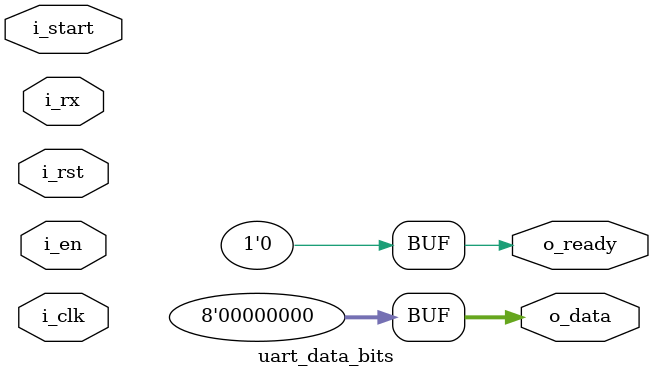
<source format=v>

module uart_data_bits(i_clk, i_rst, i_en, i_rx, i_start, o_data, o_ready);

parameter  OSR       = 16;
parameter  DATA_BITS =  8;
localparam MSG_TIMER = (OSR * DATA_BITS) + 1;

input wire i_clk;
input wire i_rst;
input wire i_en;
input wire i_rx;
input wire i_start;

output reg [DATA_BITS-1:0] o_data;
initial o_data = 0;

output reg o_ready;
initial o_ready = 0;

wire sample_ready;

reg sample_timer_reset;
assign sample_timer_reset = i_rst | sample_ready;

counter #(
    .THRESHOLD(OSR)
) sample_timer (
    .i_clk(i_clk),
    .i_rst(sample_timer_reset),
    .i_en(i_en),
    .i_start(i_start),
    .o_line(sample_ready)
);

counter #(
    .THRESHOLD(DATA_BITS)
) sample_counter (
    .i_clk(sample_ready),
    .i_rst(i_rst),
    .i_en(i_en),
    .i_start(i_start),
    .o_line(o_ready)
);

counter #(
    .THRESHOLD(MSG_TIMER)
) message_timer (
    .i_clk(i_clk),
    .i_rst(i_rst),
    .i_en(i_en),
    .i_start(i_start),
    .o_line(message_done)
);

shift #(
    .WIDTH(DATA_BITS)
) data (
    .i_clk(i_clk),
    .i_rst(i_rst),
    .i_en(i_en),
    .i_data(i_rx),
    .o_data(o_data)
);

endmodule

</source>
